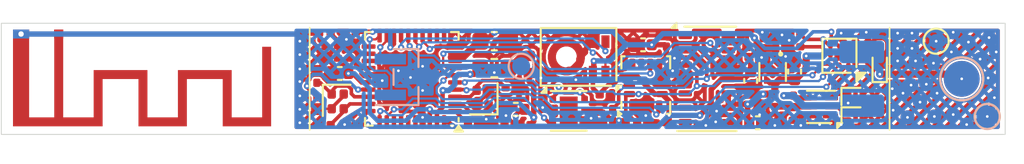
<source format=kicad_pcb>
(kicad_pcb (version 20241229) (generator "pcbnew") (generator_version "9.0")
  (layers (0 "F.Cu" signal) (2 "B.Cu" signal) (13 "F.Paste" user) (15 "B.Paste" user) (5 "F.SilkS" user "F.Silkscreen") (7 "B.SilkS" user "B.Silkscreen") (1 "F.Mask" user) (3 "B.Mask" user) (25 "Edge.Cuts" user))
  (net 0 "")
  (net 1 "VBATT")
  (net 2 "GND")
  (net 3 "VDD")
  (net 4 "tmp_int")
  (net 5 "sda")
  (net 6 "mic_clk")
  (net 7 "rst")
  (net 8 "mic_data")
  (net 9 "imu_int1")
  (net 10 "scl")
  (net 11 "bat_low")
  (net 12 "hbt_int")
  (net 13 "imu_int2")
  (net 14 "battery.bat_qm")
  (net 15 "battery.bat_vm")
  (net 16 "battery.bat_dout")
  (net 17 "batman.batman_vdd_out")
  (net 18 "battery.bat_cout")
  (net 19 "battery.bat_vss")
  (net 20 "batman.bin")
  (net 21 "battery.bat2")
  (net 22 "swdio")
  (net 23 "imu.NC")
  (net 24 "battery.NC")
  (net 25 "imu.NC_2")
  (net 26 "hbt.NC")
  (net 27 "swdclk")
  (net 28 "cpu.dec4_6")
  (net 29 "cpu.ant")
  (net 30 "cpu.dec3")
  (net 31 "cpu.xin")
  (net 32 "cpu.xl2")
  (net 33 "cpu.xl1")
  (net 34 "cpu.xout")
  (net 35 "cpu.dec1")
  (net 36 "cpu.NC")
  (net 37 "cpu.NC_4")
  (net 38 "cpu.NC_2")
  (net 39 "cpu.NC_3")
  (net 40 "NC_4")
  (net 41 "NC")
  (net 42 "NC_3")
  (net 43 "NC_2")
  (net 44 "nfc2")
  (net 45 "nfc1")
  (net 46 "cpu.antenna.n1")
  (net 47 "cpu.antenna.n2")
  (net 48 "cpu.dcc_mid")
  (net 49 "cpu.dcc")
  (footprint "C_0201_0603Metric:C_0201_0603Metric" (layer "F.Cu") (at 137.7 85.65 180)
    (property "Reference" "C7" (hide yes))
    (property "Value" "100nF" (hide yes))
  )
  (footprint "C_0402_1005Metric:C_0402_1005Metric" (layer "F.Cu") (at 146.95 84.8 180)
    (property "Reference" "C6" (hide yes))
    (property "Value" "1uF" (hide yes))
  )
  (footprint "R_0201_0603Metric:R_0201_0603Metric" (layer "F.Cu") (at 153.4 85.6)
    (property "Reference" "R1" (hide yes))
    (property "Value" "4.7k" (hide yes))
  )
  (footprint "C_0201_0603Metric:C_0201_0603Metric" (layer "F.Cu") (at 162.5025 80.6125 180)
    (property "Reference" "C1" (hide yes))
    (property "Value" "1uF" (hide yes))
  )
  (footprint "Maxim_OLGA-14_3.3x5.6mm_P0.8mm:Maxim_OLGA-14_3.3x5.6mm_P0.8mm" (layer "F.Cu") (at 157.6025 83.1125)
    (property "Reference" "U4" (hide yes))
    (property "Value" "MAX30102EFD+T" (hide yes))
  )
  (footprint "Texas_PicoStar_DFN-3_0.69x0.60mm:Texas_PicoStar_DFN-3_0.69x0.60mm" (layer "F.Cu") (at 165.6775 85.2)
    (property "Reference" "Q2" (hide yes))
    (property "Value" "CSD13380F3T" (hide yes))
  )
  (footprint "C_0201_0603Metric:C_0201_0603Metric" (layer "F.Cu") (at 137.7 80.55 180)
    (property "Reference" "C8" (hide yes))
    (property "Value" "100nF" (hide yes))
  )
  (footprint "C_0402_1005Metric:C_0402_1005Metric" (layer "F.Cu") (at 162.5025 82.695179 90)
    (property "Reference" "C27" (hide yes))
    (property "Value" "1uF" (hide yes))
  )
  (footprint "D_SOD-923:D_SOD-923" (layer "F.Cu") (at 167.2525 82.42 90)
    (property "Reference" "D1" (hide yes))
    (property "Value" "ESD9B5.0ST5G" (hide yes))
  )
  (footprint "LGA-14_3x2.5mm_P0.5mm_LayoutBorder3x4y:LGA-14_3x2.5mm_P0.5mm_LayoutBorder3x4y" (layer "F.Cu") (at 154.2 83.45 90)
    (property "Reference" "U5" (hide yes))
    (property "Value" "LSM6DSOX" (hide yes))
  )
  (footprint "C_0201_0603Metric:C_0201_0603Metric" (layer "F.Cu") (at 135.85 84.45 -90)
    (property "Reference" "C13" (hide yes))
    (property "Value" "100pF" (hide yes))
  )
  (footprint "C_0201_0603Metric:C_0201_0603Metric" (layer "F.Cu") (at 146.7 83.6)
    (property "Reference" "C11" (hide yes))
    (property "Value" "12pF" (hide yes))
  )
  (footprint "C_0201_0603Metric:C_0201_0603Metric" (layer "F.Cu") (at 136.3 85.65 180)
    (property "Reference" "C9" (hide yes))
    (property "Value" "5pF" (hide yes))
  )
  (footprint "Infineon_PG-LLGA-5-1:Infineon_PG-LLGA-5-1" (layer "F.Cu") (at 150.45 81.875 180)
    (property "Reference" "MK1" (hide yes))
    (property "Value" "IM72D128V01" (hide yes))
  )
  (footprint "Crystal_SMD_1210-4Pin_1.2x1.0mm:Crystal_SMD_1210-4Pin_1.2x1.0mm" (layer "F.Cu") (at 137.015 84.36)
    (property "Reference" "Y1" (hide yes))
    (property "Value" "8J32076001" (hide yes))
  )
  (footprint "C_0201_0603Metric:C_0201_0603Metric" (layer "F.Cu") (at 147.45 85.65 180)
    (property "Reference" "C15" (hide yes))
    (property "Value" "47nF" (hide yes))
  )
  (footprint "C_0201_0603Metric:C_0201_0603Metric" (layer "F.Cu") (at 155 85.55 180)
    (property "Reference" "C22" (hide yes))
    (property "Value" "100nF" (hide yes))
  )
  (footprint "C_0201_0603Metric:C_0201_0603Metric" (layer "F.Cu") (at 160.2025 84.5125)
    (property "Reference" "C19" (hide yes))
    (property "Value" "100nF" (hide yes))
  )
  (footprint "Crystal_SMD_1210-4Pin_1.2x1.0mm:Crystal_SMD_1210-4Pin_1.2x1.0mm" (layer "F.Cu") (at 145.1 84.15 180)
    (property "Reference" "Y2" (hide yes))
    (property "Value" "3110M4-32.768DTTLLLL" (hide yes))
  )
  (footprint "C_0201_0603Metric:C_0201_0603Metric" (layer "F.Cu") (at 159.9025 81.5625 90)
    (property "Reference" "C21" (hide yes))
    (property "Value" "100nF" (hide yes))
  )
  (footprint "L_0603_1608Metric:L_0603_1608Metric" (layer "F.Cu") (at 145.75 82.5)
    (property "Reference" "L1" (hide yes))
    (property "Value" "10uH" (hide yes))
  )
  (footprint "R_0201_0603Metric:R_0201_0603Metric" (layer "F.Cu") (at 161.4 84.35 -90)
    (property "Reference" "R5" (hide yes))
    (property "Value" "330" (hide yes))
  )
  (footprint "WSON-6-1EP_2x2mm_P0.65mm_EP1x1.6mm:WSON-6-1EP_2x2mm_P0.65mm_EP1x1.6mm" (layer "F.Cu") (at 149.9 84.8875)
    (property "Reference" "U7" (hide yes))
    (property "Value" "TMP117AIDRVR" (hide yes))
  )
  (footprint "TestPoint_Pad_D2.0mm:TestPoint_Pad_D2.0mm" (layer "F.Cu") (at 171.825 83.1)
    (property "Reference" "TP2" (hide yes))
    (property "Value" " " (hide yes))
  )
  (footprint "L_0402_1005Metric:L_0402_1005Metric" (layer "F.Cu") (at 147.7 82.3 -90)
    (property "Reference" "L2" (hide yes))
    (property "Value" "15nH" (hide yes))
  )
  (footprint "Texas_PicoStar_DFN-3_0.69x0.60mm:Texas_PicoStar_DFN-3_0.69x0.60mm" (layer "F.Cu") (at 165.675 84.1125)
    (property "Reference" "Q1" (hide yes))
    (property "Value" "CSD13380F3T" (hide yes))
  )
  (footprint "WSON-6_1.5x1.5mm_P0.5mm:WSON-6_1.5x1.5mm_P0.5mm" (layer "F.Cu") (at 163.9775 84.665 180)
    (property "Reference" "U2" (hide yes))
    (property "Value" "BQ29700" (hide yes))
  )
  (footprint "L_0201_0603Metric:L_0201_0603Metric" (layer "F.Cu") (at 136.3 80.55 180)
    (property "Reference" "L4" (hide yes))
    (property "Value" "2.2nH" (hide yes))
  )
  (footprint "C_0603_1608Metric:C_0603_1608Metric" (layer "F.Cu") (at 145.75 81)
    (property "Reference" "C5" (hide yes))
    (property "Value" "4.7uF" (hide yes))
  )
  (footprint "C_0201_0603Metric:C_0201_0603Metric" (layer "F.Cu") (at 162.435 84.3575 90)
    (property "Reference" "C3" (hide yes))
    (property "Value" "100nF" (hide yes))
  )
  (footprint "C_0201_0603Metric:C_0201_0603Metric" (layer "F.Cu") (at 144.6 85.65)
    (property "Reference" "C12" (hide yes))
    (property "Value" "100nF" (hide yes))
  )
  (footprint "C_0201_0603Metric:C_0201_0603Metric" (layer "F.Cu") (at 151.95 84)
    (property "Reference" "C25" (hide yes))
    (property "Value" "100nF" (hide yes))
  )
  (footprint "C_0402_1005Metric:C_0402_1005Metric" (layer "F.Cu") (at 160.45 85.55)
    (property "Reference" "C18" (hide yes))
    (property "Value" "10uF" (hide yes))
  )
  (footprint "C_0402_1005Metric:C_0402_1005Metric" (layer "F.Cu") (at 160.0525 83.2125 -90)
    (property "Reference" "C20" (hide yes))
    (property "Value" "4.7uF" (hide yes))
  )
  (footprint "C_0201_0603Metric:C_0201_0603Metric" (layer "F.Cu") (at 137.35 81.25)
    (property "Reference" "C16" (hide yes))
    (property "Value" "1pF" (hide yes))
  )
  (footprint "C_0201_0603Metric:C_0201_0603Metric" (layer "F.Cu") (at 151.6 85.25 -90)
    (property "Reference" "C26" (hide yes))
    (property "Value" "100nF" (hide yes))
  )
  (footprint "C_0402_1005Metric:C_0402_1005Metric" (layer "F.Cu") (at 154.05 81.2 180)
    (property "Reference" "C24" (hide yes))
    (property "Value" "1uF" (hide yes))
  )
  (footprint "R_0201_0603Metric:R_0201_0603Metric" (layer "F.Cu") (at 152.35 85.1 90)
    (property "Reference" "R2" (hide yes))
    (property "Value" "4.7k" (hide yes))
  )
  (footprint "BGA-9_1.6x1.6mm_Layout3x3_P0.5mm:BGA-9_1.6x1.6mm_Layout3x3_P0.5mm" (layer "F.Cu") (at 165.0025 81.8125 180)
    (property "Reference" "U1" (hide yes))
    (property "Value" "BQ27427YZFR" (hide yes))
  )
  (footprint "Texas_X2SON-4_1x1mm_P0.65mm:Texas_X2SON-4_1x1mm_P0.65mm" (layer "F.Cu") (at 161.2775 82.715179 -90)
    (property "Reference" "U8" (hide yes))
    (property "Value" "TPS7A2018PDQN" (hide yes))
  )
  (footprint "TestPoint_Pad_D1.0mm:TestPoint_Pad_D1.0mm" (layer "F.Cu") (at 170.4 81)
    (property "Reference" "TP4" (hide yes))
    (property "Value" " " (hide yes))
  )
  (footprint "C_0201_0603Metric:C_0201_0603Metric" (layer "F.Cu") (at 162.5025 81.3125 180)
    (property "Reference" "C2" (hide yes))
    (property "Value" "2.2uF" (hide yes))
  )
  (footprint "C_0201_0603Metric:C_0201_0603Metric" (layer "F.Cu") (at 135.85 83 90)
    (property "Reference" "C4" (hide yes))
    (property "Value" "5pF" (hide yes))
  )
  (footprint "C_0201_0603Metric:C_0201_0603Metric" (layer "F.Cu") (at 155.35 80.98 90)
    (property "Reference" "C23" (hide yes))
    (property "Value" "100nF" (hide yes))
  )
  (footprint "TestPoint_Pad_D1.0mm:TestPoint_Pad_D1.0mm" (layer "F.Cu") (at 173.25 85.2)
    (property "Reference" "TP3" (hide yes))
    (property "Value" " " (hide yes))
  )
  (footprint "L_0201_0603Metric:L_0201_0603Metric" (layer "F.Cu") (at 137.35 81.95 180)
    (property "Reference" "L3" (hide yes))
    (property "Value" "4.7nH" (hide yes))
  )
  (footprint "C_0201_0603Metric:C_0201_0603Metric" (layer "F.Cu") (at 146 85.65 180)
    (property "Reference" "C10" (hide yes))
    (property "Value" "12pF" (hide yes))
  )
  (footprint "Modified_QFN-40_5.0mmx5.0mm:Modified_QFN-40_5.0mmx5.0mm" (layer "F.Cu") (at 141.15 83.1 180)
    (property "Reference" "U3" (hide yes))
    (property "Value" "nRF52833-QDAA" (hide yes))
  )
  (footprint "R_0201_0603Metric:R_0201_0603Metric" (layer "F.Cu") (at 162.0775 85.4125 180)
    (property "Reference" "R4" (hide yes))
    (property "Value" "2.2k" (hide yes))
  )
  (footprint "C_0201_0603Metric:C_0201_0603Metric" (layer "F.Cu") (at 136.3 81.6 -90)
    (property "Reference" "C17" (hide yes))
    (property "Value" "1.2pF" (hide yes))
  )
  (footprint "C_0201_0603Metric:C_0201_0603Metric" (layer "F.Cu") (at 160.75 81.07 90)
    (property "Reference" "C29" (hide yes))
    (property "Value" "1uF" (hide yes))
  )
  (footprint "C_0402_1005Metric:C_0402_1005Metric" (layer "F.Cu") (at 137.13 82.8 180)
    (property "Reference" "C14" (hide yes))
    (property "Value" "1uF" (hide yes))
  )
  (footprint "Texas_SWRA117D_2.4GHz_Left:Texas_SWRA117D_2.4GHz_Left" (layer "F.Cu") (at 121.45 80.6 180)
    (property "Reference" "J1" (hide yes))
    (property "Value" "?" (hide yes))
  )
  (footprint "C_0201_0603Metric:C_0201_0603Metric" (layer "F.Cu") (at 161.4525 81.075179 90)
    (property "Reference" "C28" (hide yes))
    (property "Value" "1uF" (hide yes))
  )
  (footprint "R_0201_0603Metric:R_0201_0603Metric" (layer "F.Cu") (at 167.2525 80.9625 90)
    (property "Reference" "R3" (hide yes))
    (property "Value" "10k" (hide yes))
  )
  (footprint "TestPoint_Pad_D2.0mm:TestPoint_Pad_D2.0mm" (layer "B.Cu") (at 171.825 83.1)
    (property "Reference" "TP5" (hide yes))
    (property "Value" " " (hide yes))
  )
  (footprint "TestPoint_Pad_D1.0mm:TestPoint_Pad_D1.0mm" (layer "B.Cu") (at 173.25 85.2)
    (property "Reference" "TP6" (hide yes))
    (property "Value" " " (hide yes))
  )
  (footprint "TestPoint_Pad_D1.0mm:TestPoint_Pad_D1.0mm" (layer "B.Cu") (at 147.25 82.4)
    (property "Reference" "TP1" (hide yes))
    (property "Value" " " (hide yes))
  )
  (footprint "Battery:Battery" (layer "B.Cu") (at 166.2525 83.1 90)
    (property "Reference" "BT1" (hide yes))
    (property "Value" "?" (hide yes))
  )
  (footprint "PinHeader_1x03_P1.00mm_Vertical_SMD_Pin1Left:PinHeader_1x03_P1.00mm_Vertical_SMD_Pin1Left" (layer "B.Cu") (at 140.825 83)
    (property "Reference" "U6" (hide yes))
    (property "Value" "?" (hide yes))
  )
  (gr_line (start 135.45 80.25) (end 135.45 85.95) (stroke (width 0.1)) (layer "F.SilkS"))
  (gr_line (start 167.8 85.95) (end 167.8 80.25) (stroke (width 0.1)) (layer "F.SilkS"))
  (gr_rect (start 118.25 80) (end 174.25 86.2) (stroke (width 0.05)) (fill no) (layer "Edge.Cuts"))
  (segment (start 163.15 81.824631) (end 163.15 82.527679) (width 0.4) (layer "F.Cu") (net 1))
  (segment (start 164.1 80.9) (end 163.11 80.9) (width 0.2) (layer "F.Cu") (net 1))
  (segment (start 161.426333 83.321327) (end 161.6025 83.145179) (width 0.3) (layer "F.Cu") (net 1))
  (segment (start 159.97 85.55) (end 159.8825 85.4625) (width 0.3) (layer "F.Cu") (net 1))
  (segment (start 161.128666 83.321328) (end 160.9525 83.145179) (width 0.3) (layer "F.Cu") (net 1))
  (segment (start 161.4 84.03) (end 161.4 83.412783) (width 0.4) (layer "F.Cu") (net 1))
  (segment (start 164.1 80.91) (end 164.5025 81.3125) (width 0.2) (layer "F.Cu") (net 1))
  (segment (start 158.802447 84.712626) (end 158.8025 83.9125) (width 0.3) (layer "F.Cu") (net 1))
  (segment (start 161.32 83.95) (end 161.4 84.03) (width 0.4) (layer "F.Cu") (net 1))
  (segment (start 161.128666 83.321328) (end 161.426333 83.321327) (width 0.3) (layer "F.Cu") (net 1))
  (segment (start 161.637603 83.175176) (end 161.639408 83.175179) (width 0.4) (layer "F.Cu") (net 1))
  (segment (start 159.002497 84.512492) (end 159.8825 84.5125) (width 0.3) (layer "F.Cu") (net 1))
  (segment (start 163.11 80.9) (end 162.8225 80.6125) (width 0.2) (layer "F.Cu") (net 1))
  (segment (start 161.4 83.412783) (end 161.636328 83.176455) (width 0.4) (layer "F.Cu") (net 1))
  (segment (start 167.2525 82.84) (end 171.565 82.84) (width 0.4) (layer "F.Cu") (net 1))
  (segment (start 160.75 83.95) (end 161.32 83.95) (width 0.4) (layer "F.Cu") (net 1))
  (segment (start 159.8825 85.4625) (end 159.8825 84.5125) (width 0.3) (layer "F.Cu") (net 1))
  (segment (start 163.15 82.527679) (end 162.5025 83.175179) (width 0.4) (layer "F.Cu") (net 1))
  (segment (start 159.002497 84.512492) (end 158.802447 84.712626) (width 0.3) (layer "F.Cu") (net 1))
  (segment (start 171.565 82.84) (end 171.825 83.1) (width 0.4) (layer "F.Cu") (net 1))
  (segment (start 161.636328 83.176455) (end 161.637603 83.175176) (width 0.4) (layer "F.Cu") (net 1))
  (segment (start 161.639408 83.175179) (end 162.502499 83.175179) (width 0.4) (layer "F.Cu") (net 1))
  (via (at 159.8825 84.5125) (size 0.4) (drill 0.15) (layers "F.Cu" "B.Cu") (net 1))
  (via (at 163.15 81.824631) (size 0.4) (drill 0.15) (layers "F.Cu" "B.Cu") (net 1))
  (via (at 164.1 80.9) (size 0.35) (drill 0.15) (layers "F.Cu" "B.Cu") (net 1))
  (via (at 171.825 83.1) (size 0.35) (drill 0.15) (layers "F.Cu" "B.Cu") (net 1))
  (via (at 160.75 83.95) (size 0.35) (drill 0.15) (layers "F.Cu" "B.Cu") (net 1))
  (via (at 167.2525 82.84) (size 0.4) (drill 0.15) (layers "F.Cu" "B.Cu") (net 1))
  (segment (start 167.2525 82.84) (end 167.252501 82.6) (width 0.4) (layer "B.Cu") (net 1))
  (segment (start 160.0375 84.5125) (end 159.8825 84.5125) (width 0.4) (layer "B.Cu") (net 1))
  (segment (start 160.75 83.95) (end 160.6 83.95) (width 0.4) (layer "B.Cu") (net 1))
  (segment (start 160.6 83.95) (end 160.0375 84.5125) (width 0.4) (layer "B.Cu") (net 1))
  (segment (start 164.1 80.9) (end 164.1 81.626481) (width 0.2) (layer "B.Cu") (net 1))
  (segment (start 166.252501 81.6) (end 164.276319 81.6) (width 0.4) (layer "B.Cu") (net 1))
  (segment (start 164.051688 81.824631) (end 164.174919 81.7014) (width 0.4) (layer "B.Cu") (net 1))
  (segment (start 164.1 81.626481) (end 164.174919 81.7014) (width 0.2) (layer "B.Cu") (net 1))
  (segment (start 164.276319 81.6) (end 164.174919 81.7014) (width 0.4) (layer "B.Cu") (net 1))
  (segment (start 167.252501 82.6) (end 166.252501 81.6) (width 0.4) (layer "B.Cu") (net 1))
  (segment (start 163.15 81.824631) (end 164.051688 81.824631) (width 0.4) (layer "B.Cu") (net 1))
  (segment (start 141.75 85.25) (end 141.75 83.8) (width 0.25) (layer "F.Cu") (net 2))
  (segment (start 148.835 82.685) (end 148.7 82.55) (width 0.125) (layer "F.Cu") (net 2))
  (segment (start 149.77 82.685) (end 150.065 82.685) (width 0.125) (layer "F.Cu") (net 2))
  (segment (start 139.35 82.9) (end 139.525 82.725) (width 0.25) (layer "F.Cu") (net 2))
  (segment (start 151.25 81.025) (end 151.25 81.205) (width 0.3) (layer "F.Cu") (net 2))
  (segment (start 144.765 84.56) (end 144.765 84.485) (width 0.2) (layer "F.Cu") (net 2))
  (segment (start 150.8351 81.6199) (end 150.471 81.984) (width 0.3) (layer "F.Cu") (net 2))
  (segment (start 143.5625 81.3) (end 142.848584 81.3) (width 0.125) (layer "F.Cu") (net 2))
  (segment (start 150.471 81.984) (end 150.471 82.165364) (width 0.3) (layer "F.Cu") (net 2))
  (segment (start 150.015 82.685) (end 149.77 82.685) (width 0.3) (layer "F.Cu") (net 2))
  (segment (start 151.230998 81.224002) (end 151.078142 81.224002) (width 0.3) (layer "F.Cu") (net 2))
  (segment (start 138.7375 82.9) (end 139.35 82.9) (width 0.25) (layer "F.Cu") (net 2))
  (segment (start 150.060364 82.576) (end 149.879 82.576) (width 0.3) (layer "F.Cu") (net 2))
  (segment (start 141.15 82.998584) (end 141.15 83.1) (width 0.125) (layer "F.Cu") (net 2))
  (segment (start 145.435 83.815) (end 145.435 83.74) (width 0.2) (layer "F.Cu") (net 2))
  (segment (start 150.8351 81.467044) (end 150.8351 81.6199) (width 0.3) (layer "F.Cu") (net 2))
  (segment (start 136.68 84.77) (end 135.85 84.77) (width 0.125) (layer "F.Cu") (net 2))
  (segment (start 144.765 84.485) (end 145.435 83.815) (width 0.2) (layer "F.Cu") (net 2))
  (segment (start 141.75 83.8) (end 141.75 83.75) (width 0.25) (layer "F.Cu") (net 2))
  (segment (start 141.75 83.75) (end 141.75 83.7) (width 0.25) (layer "F.Cu") (net 2))
  (segment (start 151.078142 81.224002) (end 150.8351 81.467044) (width 0.3) (layer "F.Cu") (net 2))
  (segment (start 146.946935 85.65) (end 147.13 85.65) (width 0.125) (layer "F.Cu") (net 2))
  (segment (start 141.749292 82.399292) (end 141.15 82.998584) (width 0.125) (layer "F.Cu") (net 2))
  (segment (start 149.879 82.576) (end 149.77 82.685) (width 0.3) (layer "F.Cu") (net 2))
  (segment (start 141.75 85.5125) (end 141.75 85.25) (width 0.25) (layer "F.Cu") (net 2))
  (segment (start 165.5025 81.3125) (end 165.0025 81.8125) (width 0.2) (layer "F.Cu") (net 2))
  (segment (start 160.661976 81.9089) (end 160.9525 82.199424) (width 0.4) (layer "F.Cu") (net 2))
  (segment (start 151.25 81.205) (end 151.230998 81.224002) (width 0.3) (layer "F.Cu") (net 2))
  (segment (start 139.525 82.725) (end 139.6 82.65) (width 0.25) (layer "F.Cu") (net 2))
  (segment (start 140.4 82.65) (end 140.7 82.65) (width 0.25) (layer "F.Cu") (net 2))
  (segment (start 141.75 83.7) (end 141.2 83.15) (width 0.25) (layer "F.Cu") (net 2))
  (segment (start 136.765 84.76) (end 136.765 84.635) (width 0.2) (layer "F.Cu") (net 2))
  (segment (start 139.6 82.65) (end 140.4 82.65) (width 0.25) (layer "F.Cu") (net 2))
  (segment (start 150.471 82.165364) (end 150.060364 82.576) (width 0.3) (layer "F.Cu") (net 2))
  (segment (start 142.848584 81.3) (end 141.749292 82.399292) (width 0.125) (layer "F.Cu") (net 2))
  (segment (start 146.446935 85.15) (end 146.946935 85.65) (width 0.125) (layer "F.Cu") (net 2))
  (segment (start 140.7 82.65) (end 141.075 83.025) (width 0.25) (layer "F.Cu") (net 2))
  (segment (start 141.075 83.025) (end 141.15 83.1) (width 0.25) (layer "F.Cu") (net 2))
  (segment (start 146.4 85.15) (end 146.446935 85.15) (width 0.125) (layer "F.Cu") (net 2))
  (segment (start 137.435 83.965) (end 137.435 83.94) (width 0.2) (layer "F.Cu") (net 2))
  (segment (start 149.77 82.685) (end 148.835 82.685) (width 0.125) (layer "F.Cu") (net 2))
  (segment (start 136.765 84.635) (end 137.435 83.965) (width 0.2) (layer "F.Cu") (net 2))
  (segment (start 141.2 83.15) (end 141.15 83.1) (width 0.25) (layer "F.Cu") (net 2))
  (segment (start 160.9525 82.199424) (end 160.9525 82.285179) (width 0.4) (layer "F.Cu") (net 2))
  (segment (start 155.112482 82.928942) (end 155.1125 83.45) (width 0.3) (layer "F.Cu") (net 2))
  (via (at 169 83.45) (size 0.35) (drill 0.15) (layers "F.Cu" "B.Cu") (net 2))
  (via (at 172.85 82) (size 0.35) (drill 0.15) (layers "F.Cu" "B.Cu") (net 2))
  (via (at 172.1 85.65) (size 0.35) (drill 0.15) (layers "F.Cu" "B.Cu") (net 2))
  (via (at 169.05 81.4) (size 0.35) (drill 0.15) (layers "F.Cu" "B.Cu") (net 2))
  (via (at 134.9 85.55) (size 0.35) (drill 0.15) (layers "F.Cu" "B.Cu") (net 2))
  (via (at 173.75 81.6) (size 0.35) (drill 0.15) (layers "F.Cu" "B.Cu") (net 2))
  (via (at 158.1 85.5) (size 0.4) (drill 0.15) (layers "F.Cu" "B.Cu") (net 2))
  (via (at 168.8 85.25) (size 0.35) (drill 0.15) (layers "F.Cu" "B.Cu") (net 2))
  (via (at 165.1 80.55) (size 0.4) (drill 0.15) (layers "F.Cu" "B.Cu") (net 2))
  (via (at 170.25 82.225) (size 0.35) (drill 0.15) (layers "F.Cu" "B.Cu") (net 2))
  (via (at 162 81.85) (size 0.4) (drill 0.15) (layers "F.Cu" "B.Cu") (net 2))
  (via (at 165.1 85.65) (size 0.35) (drill 0.15) (layers "F.Cu" "B.Cu") (net 2))
  (via (at 170.3 85.2) (size 0.35) (drill 0.15) (layers "F.Cu" "B.Cu") (net 2))
  (via (at 155.7 82.65) (size 0.35) (drill 0.15) (layers "F.Cu" "B.Cu") (net 2))
  (via (at 134.9 82.55) (size 0.35) (drill 0.15) (layers "F.Cu" "B.Cu") (net 2))
  (via (at 141.75 85.25) (size 0.35) (drill 0.15) (layers "F.Cu" "B.Cu") (net 2))
  (via (at 140.4 82.65) (size 0.35) (drill 0.15) (layers "F.Cu" "B.Cu") (net 2))
  (via (at 137.5 80.9) (size 0.35) (drill 0.15) (layers "F.Cu" "B.Cu") (net 2))
  (via (at 158.15 84.9) (size 0.35) (drill 0.15) (layers "F.Cu" "B.Cu") (net 2))
  (via (at 157.55 85.7) (size 0.4) (drill 0.15) (layers "F.Cu" "B.Cu") (net 2))
  (via (at 171.25 81.6) (size 0.35) (drill 0.15) (layers "F.Cu" "B.Cu") (net 2))
  (via (at 161.8 80.65) (size 0.35) (drill 0.15) (layers "F.Cu" "B.Cu") (net 2))
  (via (at 148.35 83.05) (size 0.35) (drill 0.15) (layers "F.Cu" "B.Cu") (net 2))
  (via (at 168.55 83.9) (size 0.35) (drill 0.15) (layers "F.Cu" "B.Cu") (net 2))
  (via (at 169.85 83.4) (size 0.35) (drill 0.15) (layers "F.Cu" "B.Cu") (net 2))
  (via (at 134.9 84.05) (size 0.35) (drill 0.15) (layers "F.Cu" "B.Cu") (net 2))
  (via (at 173.65 84.15) (size 0.35) (drill 0.15) (layers "F.Cu" "B.Cu") (net 2))
  (via (at 148.45 84.7) (size 0.35) (drill 0.15) (layers "F.Cu" "B.Cu") (net 2))
  (via (at 154.2 85.15) (size 0.35) (drill 0.15) (layers "F.Cu" "B.Cu") (net 2))
  (via (at 137.4 85.65) (size 0.35) (drill 0.15) (layers "F.Cu" "B.Cu") (net 2))
  (via (at 146.4 85.15) (size 0.35) (drill 0.15) (layers "F.Cu" "B.Cu") (net 2))
  (via (at 160.7 80.5) (size 0.35) (drill 0.15) (layers "F.Cu" "B.Cu") (net 2))
  (via (at 168 84.85) (size 0.35) (drill 0.15) (layers "F.Cu" "B.Cu") (net 2))
  (via (at 169.05 80.55) (size 0.35) (drill 0.15) (layers "F.Cu" "B.Cu") (net 2))
  (via (at 141.75 83.75) (size 0.35) (drill 0.15) (layers "F.Cu" "B.Cu") (net 2))
  (via (at 134.9 81) (size 0.35) (drill 0.15) (layers "F.Cu" "B.Cu") (net 2))
  (via (at 173.3 83.05) (size 0.35) (drill 0.15) (layers "F.Cu" "B.Cu") (net 2))
  (via (at 141.749292 82.399292) (size 0.35) (drill 0.15) (layers "F.Cu" "B.Cu") (net 2))
  (via (at 134.9 84.8) (size 0.35) (drill 0.15) (layers "F.Cu" "B.Cu") (net 2))
  (via (at 155.8 81.95) (size 0.35) (drill 0.15) (layers "F.Cu" "B.Cu") (net 2))
  (via (at 141.075 83.025) (size 0.35) (drill 0.15) (layers "F.Cu" "B.Cu") (net 2))
  (via (at 145.75 82.75) (size 0.35) (drill 0.15) (layers "F.Cu" "B.Cu") (net 2))
  (via (at 168.25 80.55) (size 0.35) (drill 0.15) (layers "F.Cu" "B.Cu") (net 2))
  (via (at 173.25 85.2) (size 0.35) (drill 0.15) (layers "F.Cu" "B.Cu") (net 2))
  (via (at 171.35 80.5) (size 0.35) (drill 0.15) (layers "F.Cu" "B.Cu") (net 2))
  (via (at 160.661976 81.9089) (size 0.4) (drill 0.15) (layers "F.Cu" "B.Cu") (net 2))
  (via (at 151.15 85.3) (size 0.35) (drill 0.15) (layers "F.Cu" "B.Cu") (net 2))
  (via (at 166.5 80.5) (size 0.35) (drill 0.15) (layers "F.Cu" "B.Cu") (net 2))
  (via (at 139.5 83.2) (size 0.35) (drill 0.15) (layers "F.Cu" "B.Cu") (net 2))
  (via (at 160.55 85.1) (size 0.4) (drill 0.15) (layers "F.Cu" "B.Cu") (net 2))
  (via (at 168.25 82.1) (size 0.35) (drill 0.15) (layers "F.Cu" "B.Cu") (net 2))
  (via (at 168.25 81.4) (size 0.35) (drill 0.15) (layers "F.Cu" "B.Cu") (net 2))
  (via (at 134.9 81.75) (size 0.35) (drill 0.15) (layers "F.Cu" "B.Cu") (net 2))
  (via (at 172.2 81.05) (size 0.35) (drill 0.15) (layers "F.Cu" "B.Cu") (net 2))
  (via (at 134.9 83.25) (size 0.35) (drill 0.15) (layers "F.Cu" "B.Cu") (net 2))
  (via (at 161.4 85.7) (size 0.35) (drill 0.15) (layers "F.Cu" "B.Cu") (net 2))
  (via (at 163.9 85.65) (size 0.35) (drill 0.15) (layers "F.Cu" "B.Cu") (net 2))
  (via (at 173.35 80.8) (size 0.35) (drill 0.15) (layers "F.Cu" "B.Cu") (net 2))
  (via (at 150.3 83.15) (size 0.35) (drill 0.15) (layers "F.Cu" "B.Cu") (net 2))
  (via (at 171.35 85.092683) (size 0.35) (drill 0.15) (layers "F.Cu" "B.Cu") (net 2))
  (via (at 162.2 80.95) (size 0.35) (drill 0.15) (layers "F.Cu" "B.Cu") (net 2))
  (via (at 167.95 83.65) (size 0.35) (drill 0.15) (layers "F.Cu" "B.Cu") (net 2))
  (via (at 162.85 85.7) (size 0.35) (drill 0.15) (layers "F.Cu" "B.Cu") (net 2))
  (via (at 170.4 81) (size 0.35) (drill 0.15) (layers "F.Cu" "B.Cu") (net 2))
  (via (at 169.5 84.4) (size 0.35) (drill 0.15) (layers "F.Cu" "B.Cu") (net 2))
  (via (at 145.3 85.35) (size 0.35) (drill 0.15) (layers "F.Cu" "B.Cu") (net 2))
  (via (at 169.25 82.1) (size 0.35) (drill 0.15) (layers "F.Cu" "B.Cu") (net 2))
  (via (at 170.45 83.9) (size 0.35) (drill 0.15) (layers "F.Cu" "B.Cu") (net 2))
  (segment (start 119.35 80.6) (end 134.7 80.6) (width 0.3) (layer "B.Cu") (net 2))
  (segment (start 137.251 85.799) (end 136.249 85.799) (width 0.2) (layer "B.Cu") (net 2))
  (segment (start 137.4 85.65) (end 137.251 85.799) (width 0.2) (layer "B.Cu") (net 2))
  (segment (start 136.249 85.799) (end 136.1 85.65) (width 0.2) (layer "B.Cu") (net 2))
  (segment (start 134.9 80.8) (end 134.9 81) (width 0.3) (layer "B.Cu") (net 2))
  (segment (start 134.7 80.6) (end 134.9 80.8) (width 0.3) (layer "B.Cu") (net 2))
  (segment (start 119.4 80.6) (end 119.35 80.6) (width 0.3) (layer "B.Cu") (net 2))
  (segment (start 138.7 84.9) (end 138.02 85.58) (width 0.25) (layer "F.Cu") (net 3))
  (segment (start 157.85 83.690001) (end 158.427501 83.1125) (width 0.3) (layer "F.Cu") (net 3))
  (segment (start 159.902698 81.882582) (end 160.057419 81.882582) (width 0.3) (layer "F.Cu") (net 3))
  (segment (start 144.975 81) (end 144.9 81) (width 0.4) (layer "F.Cu") (net 3))
  (segment (start 157.85 84.5) (end 157.85 83.690001) (width 0.3) (layer "F.Cu") (net 3))
  (segment (start 152.35 85.42) (end 152.7 85.42) (width 0.25) (layer "F.Cu") (net 3))
  (segment (start 152.85 82.95) (end 153.2875 82.95) (width 0.25) (layer "F.Cu") (net 3))
  (segment (start 155.10625 83.95) (end 155.11875 83.95) (width 0.3) (layer "F.Cu") (net 3))
  (segment (start 155.499999 84.3375) (end 155.116919 83.954419) (width 0.3) (layer "F.Cu") (net 3))
  (segment (start 151.821892 84.93) (end 152.311892 85.42) (width 0.25) (layer "F.Cu") (net 3))
  (segment (start 151.25 83.62) (end 151.25 82.725) (width 0.25) (layer "F.Cu") (net 3))
  (segment (start 151.63 84) (end 151.63 83.92) (width 0.25) (layer "F.Cu") (net 3))
  (segment (start 161.452497 82.070076) (end 161.635052 82.252627) (width 0.4) (layer "F.Cu") (net 3))
  (segment (start 153.699997 82.950006) (end 153.2875 82.95) (width 0.3) (layer "F.Cu") (net 3))
  (segment (start 155.499999 85.136759) (end 155.499999 84.3375) (width 0.3) (layer "F.Cu") (net 3))
  (segment (start 160.550001 81.39) (end 160.3351 81.175099) (width 0.25) (layer "F.Cu") (net 3))
  (segment (start 151.63 83.92) (end 152.11 83.44) (width 0.25) (layer "F.Cu") (net 3))
  (segment (start 151.63 84.9) (end 151.6 84.93) (width 0.25) (layer "F.Cu") (net 3))
  (segment (start 155.249999 81.2) (end 154.53 81.2) (width 0.3) (layer "F.Cu") (net 3))
  (segment (start 151.6 84.93) (end 151.821892 84.93) (width 0.25) (layer "F.Cu") (net 3))
  (segment (start 152.7 85.42) (end 152.9 85.42) (width 0.25) (layer "F.Cu") (net 3))
  (segment (start 146.94924 85.189291) (end 146.949242 85.189291) (width 0.125) (layer "F.Cu") (net 3))
  (segment (start 155.1 83.95) (end 155.10625 83.95) (width 0.3) (layer "F.Cu") (net 3))
  (segment (start 160.0525 82.7325) (end 160.052499 82.0325) (width 0.3) (layer "F.Cu") (net 3))
  (segment (start 147.256805 84.8) (end 147.43 84.8) (width 0.25) (layer "F.Cu") (net 3))
  (segment (start 146.949241 85.18929) (end 146.949241 85.107564) (width 0.25) (layer "F.Cu") (net 3))
  (segment (start 151.3 82.1) (end 151.3 82.675) (width 0.3) (layer "F.Cu") (net 3))
  (segment (start 155.11875 83.95) (end 155.112199 83.949875) (width 0.3) (layer "F.Cu") (net 3))
  (segment (start 160.544822 81.395179) (end 160.7025 81.395179) (width 0.3) (layer "F.Cu") (net 3))
  (segment (start 155.499999 85.136759) (end 155.499991 85.136767) (width 0.3) (layer "F.Cu") (net 3))
  (segment (start 161.4525 81.395179) (end 160.7025 81.395179) (width 0.4) (layer "F.Cu") (net 3))
  (segment (start 155.1 83.95) (end 154.699995 83.950012) (width 0.3) (layer "F.Cu") (net 3))
  (segment (start 151.52 84.85) (end 150.825 84.85) (width 0.25) (layer "F.Cu") (net 3))
  (segment (start 155.10625 83.95) (end 155.112492 83.950018) (width 0.3) (layer "F.Cu") (net 3))
  (segment (start 155.116919 83.954419) (end 155.112199 83.949875) (width 0.3) (layer "F.Cu") (net 3))
  (segment (start 160.3351 81.175099) (end 160.3351 80.893769) (width 0.25) (layer "F.Cu") (net 3))
  (segment (start 140.15 81.15) (end 139.95 81.35) (width 0.25) (layer "F.Cu") (net 3))
  (segment (start 152.311892 85.42) (end 152.35 85.42) (width 0.25) (layer "F.Cu") (net 3))
  (segment (start 146.94924 85.189291) (end 146.949241 85.18929) (width 0.25) (layer "F.Cu") (net 3))
  (segment (start 144 81.9) (end 143.35 81.9) (width 0.4) (layer "F.Cu") (net 3))
  (segment (start 140.15 80.6875) (end 140.15 81.15) (width 0.25) (layer "F.Cu") (net 3))
  (segment (start 151.6 84.93) (end 151.52 84.85) (width 0.25) (layer "F.Cu") (net 3))
  (segment (start 143.4 85.712167) (end 143.200333 85.5125) (width 0.25) (layer "F.Cu") (net 3))
  (segment (start 159.672499 83.1125) (end 158.8025 83.1125) (width 0.3) (layer "F.Cu") (net 3))
  (segment (start 152.9 85.42) (end 153.08 85.6) (width 0.25) (layer "F.Cu") (net 3))
  (segment (start 160.3351 80.893769) (end 160.261102 80.819771) (width 0.25) (layer "F.Cu") (net 3))
  (segment (start 150.8175 84.917499) (end 150.7875 84.8875) (width 0.2) (layer "F.Cu") (net 3))
  (segment (start 155.116919 83.954419) (end 155.112492 83.950018) (width 0.3) (layer "F.Cu") (net 3))
  (segment (start 155.35 81.37071) (end 155.35 81.37071) (width 0.3) (layer "F.Cu") (net 3))
  (segment (start 154.515 81.185) (end 154.515 81.185) (width 0.2) (layer "F.Cu") (net 3))
  (segment (start 138.7375 84.9) (end 138.7 84.9) (width 0.25) (layer "F.Cu") (net 3))
  (segment (start 160.699748 81.395179) (end 160.7025 81.395179) (width 0.2) (layer "F.Cu") (net 3))
  (segment (start 161.4525 81.395179) (end 161.452497 82.070076) (width 0.4) (layer "F.Cu") (net 3))
  (segment (start 155.350017 81.887507) (end 154.95 82.2875) (width 0.3) (layer "F.Cu") (net 3))
  (segment (start 164.55 80.859999) (end 165.0025 81.3125) (width 0.2) (layer "F.Cu") (net 3))
  (segment (start 160.75 81.39) (end 160.550001 81.39) (width 0.25) (layer "F.Cu") (net 3))
  (segment (start 164.55 80.475) (end 164.55 80.859999) (width 0.2) (layer "F.Cu") (net 3))
  (segment (start 138.095 80.475) (end 138.02 80.55) (width 0.25) (layer "F.Cu") (net 3))
  (segment (start 155.3 81.25) (end 155.350004 81.299998) (width 0.3) (layer "F.Cu") (net 3))
  (segment (start 146.949242 85.189291) (end 146.990862 85.147671) (width 0.125) (layer "F.Cu") (net 3))
  (segment (start 154.515 81.185) (end 154.63 81.3) (width 0.2) (layer "F.Cu") (net 3))
  (segment (start 146.990862 85.147671) (end 147.005676 85.147671) (width 0.125) (layer "F.Cu") (net 3))
  (segment (start 152.11 83.44) (end 152.36 83.44) (width 0.25) (layer "F.Cu") (net 3))
  (segment (start 155.350017 81.887507) (end 155.35 81.37071) (width 0.3) (layer "F.Cu") (net 3))
  (segment (start 143.200333 85.5125) (end 142.95 85.5125) (width 0.25) (layer "F.Cu") (net 3))
  (segment (start 160.052499 82.0325) (end 159.902698 81.882582) (width 0.3) (layer "F.Cu") (net 3))
  (segment (start 144.9 81) (end 144 81.9) (width 0.4) (layer "F.Cu") (net 3))
  (segment (start 153.699997 82.950006) (end 154.699995 83.950012) (width 0.3) (layer "F.Cu") (net 3))
  (segment (start 143.4 85.725) (end 143.4 85.712167) (width 0.25) (layer "F.Cu") (net 3))
  (segment (start 154.515 81.185) (end 154.53 81.2) (width 0.3) (layer "F.Cu") (net 3))
  (segment (start 145.75 80.5) (end 145.25 81) (width 0.3) (layer "F.Cu") (net 3))
  (segment (start 155.499991 85.369996) (end 155.32 85.55) (width 0.3) (layer "F.Cu") (net 3))
  (segment (start 160.057419 81.882582) (end 160.544822 81.395179) (width 0.3) (layer "F.Cu") (net 3))
  (segment (start 155.499991 85.136767) (end 155.499991 85.369996) (width 0.3) (layer "F.Cu") (net 3))
  (segment (start 138.7 85.65) (end 138.02 85.65) (width 0.25) (layer "F.Cu") (net 3))
  (segment (start 152.36 83.44) (end 152.85 82.95) (width 0.25) (layer "F.Cu") (net 3))
  (segment (start 151.63 84) (end 151.25 83.62) (width 0.25) (layer "F.Cu") (net 3))
  (segment (start 146.949241 85.107564) (end 147.256805 84.8) (width 0.25) (layer "F.Cu") (net 3))
  (segment (start 151.3 82.675) (end 151.25 82.725) (width 0.3) (layer "F.Cu") (net 3))
  (segment (start 138.02 85.58) (end 138.02 85.65) (width 0.25) (layer "F.Cu") (net 3))
  (segment (start 145.25 81) (end 144.975 81) (width 0.3) (layer "F.Cu") (net 3))
  (segment (start 150.825 84.85) (end 150.7875 84.8875) (width 0.25) (layer "F.Cu") (net 3))
  (segment (start 158.427501 83.1125) (end 158.8025 83.1125) (width 0.3) (layer "F.Cu") (net 3))
  (segment (start 157.213241 85.136759) (end 157.85 84.5) (width 0.3) (layer "F.Cu") (net 3))
  (segment (start 155.349999 81.3) (end 155.249999 81.2) (width 0.3) (layer "F.Cu") (net 3))
  (segment (start 138.9611 80.475) (end 138.095 80.475) (width 0.25) (layer "F.Cu") (net 3))
  (segment (start 159.672499 83.1125) (end 160.0525 82.7325) (width 0.3) (layer "F.Cu") (net 3))
  (via (at 146.94924 85.189291) (size 0.35) (drill 0.15) (layers "F.Cu" "B.Cu") (net 3))
  (via (at 160.261102 80.819771) (size 0.4) (drill 0.15) (layers "F.Cu" "B.Cu") (net 3))
  (via (at 164.55 80.475) (size 0.35) (drill 0.15) (layers "F.Cu" "B.Cu") (net 3))
  (via (at 139.95 81.35) (size 0.35) (drill 0.15) (layers "F.Cu" "B.Cu") (net 3))
  (via (at 145.75 80.5) (size 0.4) (drill 0.15) (layers "F.Cu" "B.Cu") (net 3))
  (via (at 138.9611 80.475) (size 0.35) (drill 0.15) (layers "F.Cu" "B.Cu") (net 3))
  (via (at 151.3 82.1) (size 0.35) (drill 0.15) (layers "F.Cu" "B.Cu") (net 3))
  (via (at 157.213241 85.136759) (size 0.4) (drill 0.15) (layers "F.Cu" "B.Cu") (net 3))
  (via (at 155.499999 85.136759) (size 0.4) (drill 0.15) (layers "F.Cu" "B.Cu") (net 3))
  (via (at 152.7 85.42) (size 0.35) (drill 0.15) (layers "F.Cu" "B.Cu") (net 3))
  (via (at 138.7 85.65) (size 0.35) (drill 0.15) (layers "F.Cu" "B.Cu") (net 3))
  (via (at 143.4 85.725) (size 0.35) (drill 0.15) (layers "F.Cu" "B.Cu") (net 3))
  (via (at 154.53 81.2) (size 0.4) (drill 0.15) (layers "F.Cu" "B.Cu") (net 3))
  (segment (start 160.841331 81.4) (end 162.611034 81.4) (width 0.2) (layer "B.Cu") (net 3))
  (segment (start 152.7 85.749) (end 152.7 85.42) (width 0.3) (layer "B.Cu") (net 3))
  (segment (start 143.449 85.774) (end 143.4 85.725) (width 0.25) (layer "B.Cu") (net 3))
  (segment (start 146.94924 85.189291) (end 146.949239 85.189292) (width 0.25) (layer "B.Cu") (net 3))
  (segment (start 146.1 80.451) (end 145.799 80.451) (width 0.25) (layer "B.Cu") (net 3))
  (segment (start 146.075 80.426) (end 146.1 80.451) (width 0.25) (layer "B.Cu") (net 3))
  (segment (start 143.351 85.774) (end 143.4 85.725) (width 0.25) (layer "B.Cu") (net 3))
  (segment (start 154.53 81.2) (end 155.149999 80.579998) (width 0.3) (layer "B.Cu") (net 3))
  (segment (start 145.799 80.451) (end 152.351 80.451) (width 0.3) (layer "B.Cu") (net 3))
  (segment (start 146.94924 85.749) (end 146.94924 85.189291) (width 0.3) (layer "B.Cu") (net 3))
  (segment (start 138.7 85.65) (end 138.824 85.774) (width 0.25) (layer "B.Cu") (net 3))
  (segment (start 155.149999 80.579998) (end 160.021329 80.579998) (width 0.3) (layer "B.Cu") (net 3))
  (segment (start 154.887758 85.749) (end 152.7 85.749) (width 0.3) (layer "B.Cu") (net 3))
  (segment (start 153.1 81.2) (end 154.53 81.2) (width 0.3) (layer "B.Cu") (net 3))
  (segment (start 139.95 80.426) (end 139.95 81.35) (width 0.25) (layer "B.Cu") (net 3))
  (segment (start 145.75 80.5) (end 145.799 80.451) (width 0.3) (layer "B.Cu") (net 3))
  (segment (start 152.7 85.749) (end 146.94924 85.749) (width 0.3) (layer "B.Cu") (net 3))
  (segment (start 139.0101 80.426) (end 146.075 80.426) (width 0.25) (layer "B.Cu") (net 3))
  (segment (start 152.2 82.1) (end 151.3 82.1) (width 0.3) (layer "B.Cu") (net 3))
  (segment (start 153.1 81.2) (end 152.2 82.1) (width 0.3) (layer "B.Cu") (net 3))
  (segment (start 162.611034 81.4) (end 163.536043 80.474991) (width 0.2) (layer "B.Cu") (net 3))
  (segment (start 160.021329 80.579998) (end 160.261102 80.819771) (width 0.3) (layer "B.Cu") (net 3))
  (segment (start 146.949239 85.774) (end 143.449 85.774) (width 0.25) (layer "B.Cu") (net 3))
  (segment (start 138.9611 80.475) (end 139.0101 80.426) (width 0.25) (layer "B.Cu") (net 3))
  (segment (start 157.213241 85.136759) (end 155.499999 85.136759) (width 0.3) (layer "B.Cu") (net 3))
  (segment (start 163.536043 80.474991) (end 164.55 80.475) (width 0.2) (layer "B.Cu") (net 3))
  (segment (start 138.824 85.774) (end 143.351 85.774) (width 0.25) (layer "B.Cu") (net 3))
  (segment (start 146.949239 85.189292) (end 146.949239 85.774) (width 0.25) (layer "B.Cu") (net 3))
  (segment (start 152.351 80.451) (end 153.1 81.2) (width 0.3) (layer "B.Cu") (net 3))
  (segment (start 160.261102 80.819771) (end 160.841331 81.4) (width 0.2) (layer "B.Cu") (net 3))
  (segment (start 155.499999 85.136759) (end 154.887758 85.749) (width 0.3) (layer "B.Cu") (net 3))
  (segment (start 139.363019 85.036981) (end 139.35 85.05) (width 0.125) (layer "F.Cu") (net 4))
  (segment (start 139.363019 84.925881) (end 139.363019 85.036981) (width 0.125) (layer "F.Cu") (net 4))
  (segment (start 148.527172 85.272828) (end 148.791843 85.5375) (width 0.2) (layer "F.Cu") (net 4))
  (segment (start 148.791843 85.5375) (end 149.0125 85.5375) (width 0.2) (layer "F.Cu") (net 4))
  (segment (start 139.35 85.05) (end 139.35 85.5125) (width 0.125) (layer "F.Cu") (net 4))
  (segment (start 139.3889 84.9) (end 139.363019 84.925881) (width 0.125) (layer "F.Cu") (net 4))
  (via (at 139.3889 84.9) (size 0.35) (drill 0.15) (layers "F.Cu" "B.Cu") (net 4))
  (via (at 148.527172 85.272828) (size 0.35) (drill 0.15) (layers "F.Cu" "B.Cu") (net 4))
  (segment (start 145.231314 84.6726) (end 145.739014 84.1649) (width 0.125) (layer "B.Cu") (net 4))
  (segment (start 147.419244 84.1649) (end 148.527172 85.272828) (width 0.125) (layer "B.Cu") (net 4))
  (segment (start 141.3 84.45) (end 142.4 84.45) (width 0.125) (layer "B.Cu") (net 4))
  (segment (start 142.4 84.45) (end 142.6226 84.6726) (width 0.125) (layer "B.Cu") (net 4))
  (segment (start 139.3889 84.9) (end 139.65 84.9) (width 0.125) (layer "B.Cu") (net 4))
  (segment (start 142.6226 84.6726) (end 145.231314 84.6726) (width 0.125) (layer "B.Cu") (net 4))
  (segment (start 139.8774 85.1274) (end 140.6226 85.1274) (width 0.125) (layer "B.Cu") (net 4))
  (segment (start 140.6226 85.1274) (end 141.3 84.45) (width 0.125) (layer "B.Cu") (net 4))
  (segment (start 139.65 84.9) (end 139.8774 85.1274) (width 0.125) (layer "B.Cu") (net 4))
  (segment (start 145.739014 84.1649) (end 147.419244 84.1649) (width 0.125) (layer "B.Cu") (net 4))
  (segment (start 150.524189 83.854645) (end 150.8 84.130456) (width 0.2) (layer "F.Cu") (net 5))
  (segment (start 153.0851 84.0149) (end 153.0851 84.954828) (width 0.2) (layer "F.Cu") (net 5))
  (segment (start 165.0025 82.3475) (end 165.0025 82.3125) (width 0.2) (layer "F.Cu") (net 5))
  (segment (start 150.8 84.130456) (end 150.8 84.216161) (width 0.2) (layer "F.Cu") (net 5))
  (segment (start 153.72 85.589728) (end 153.72 85.6) (width 0.2) (layer "F.Cu") (net 5))
  (segment (start 144.1639 83.7) (end 143.5625 83.7) (width 0.2) (layer "F.Cu") (net 5))
  (segment (start 153.0851 84.954828) (end 153.72 85.589728) (width 0.2) (layer "F.Cu") (net 5))
  (segment (start 164.515 82.8) (end 165.0025 82.3125) (width 0.125) (layer "F.Cu") (net 5))
  (segment (start 164.0868 82.9868) (end 164.2736 82.8) (width 0.125) (layer "F.Cu") (net 5))
  (segment (start 144.2 83.7361) (end 144.1639 83.7) (width 0.2) (layer "F.Cu") (net 5))
  (segment (start 157.05 83.5) (end 157.05 82.65) (width 0.2) (layer "F.Cu") (net 5))
  (segment (start 164.2736 82.8) (end 164.515 82.8) (width 0.125) (layer "F.Cu") (net 5))
  (segment (start 153.15 83.95) (end 153.0851 84.0149) (width 0.2) (layer "F.Cu") (net 5))
  (segment (start 150.800016 84.225006) (end 150.7875 84.2375) (width 0.2) (layer "F.Cu") (net 5))
  (segment (start 150.8 84.216161) (end 150.800016 84.225006) (width 0.2) (layer "F.Cu") (net 5))
  (segment (start 153.8 83.95) (end 153.2875 83.95) (width 0.125) (layer "F.Cu") (net 5))
  (segment (start 156.7125 82.3125) (end 156.4025 82.3125) (width 0.2) (layer "F.Cu") (net 5))
  (segment (start 157.05 82.65) (end 156.7125 82.3125) (width 0.2) (layer "F.Cu") (net 5))
  (via (at 150.524189 83.854645) (size 0.35) (drill 0.15) (layers "F.Cu" "B.Cu") (net 5))
  (via (at 164.0868 82.9868) (size 0.35) (drill 0.15) (layers "F.Cu" "B.Cu") (net 5))
  (via (at 153.8 83.95) (size 0.35) (drill 0.15) (layers "F.Cu" "B.Cu") (net 5))
  (via (at 157.05 83.5) (size 0.35) (drill 0.15) (layers "F.Cu" "B.Cu") (net 5))
  (via (at 144.2 83.7361) (size 0.35) (drill 0.15) (layers "F.Cu" "B.Cu") (net 5))
  (segment (start 150.524189 83.854645) (end 150.478834 83.9) (width 0.125) (layer "B.Cu") (net 5))
  (segment (start 147.846086 83.45) (end 145.3 83.45) (width 0.125) (layer "B.Cu") (net 5))
  (segment (start 144.2361 83.7) (end 144.2 83.7361) (width 0.125) (layer "B.Cu") (net 5))
  (segment (start 145.3 83.45) (end 145.05 83.7) (width 0.125) (layer "B.Cu") (net 5))
  (segment (start 156.6 83.95) (end 153.8 83.95) (width 0.125) (layer "B.Cu") (net 5))
  (segment (start 150.564934 83.8139) (end 152.3639 83.8139) (width 0.125) (layer "B.Cu") (net 5))
  (segment (start 150.524189 83.854645) (end 150.564934 83.8139) (width 0.125) (layer "B.Cu") (net 5))
  (segment (start 148.096086 83.7) (end 147.846086 83.45) (width 0.125) (layer "B.Cu") (net 5))
  (segment (start 145.05 83.7) (end 144.2361 83.7) (width 0.125) (layer "B.Cu") (net 5))
  (segment (start 150.478834 83.9) (end 149.1 83.9) (width 0.125) (layer "B.Cu") (net 5))
  (segment (start 158.302018 83.2236) (end 163.85 83.2236) (width 0.125) (layer "B.Cu") (net 5))
  (segment (start 157.05 83.5) (end 158.025618 83.5) (width 0.125) (layer "B.Cu") (net 5))
  (segment (start 152.5 83.95) (end 153.8 83.95) (width 0.125) (layer "B.Cu") (net 5))
  (segment (start 152.3639 83.8139) (end 152.5 83.95) (width 0.125) (layer "B.Cu") (net 5))
  (segment (start 157.05 83.5) (end 156.6 83.95) (width 0.125) (layer "B.Cu") (net 5))
  (segment (start 149.1 83.9) (end 148.9 83.7) (width 0.125) (layer "B.Cu") (net 5))
  (segment (start 148.9 83.7) (end 148.096086 83.7) (width 0.125) (layer "B.Cu") (net 5))
  (segment (start 158.025618 83.5) (end 158.302018 83.2236) (width 0.125) (layer "B.Cu") (net 5))
  (segment (start 163.85 83.2236) (end 164.0868 82.9868) (width 0.125) (layer "B.Cu") (net 5))
  (segment (start 151.95 81.55) (end 151.95 81.025) (width 0.125) (layer "F.Cu") (net 6))
  (segment (start 140.55 80.6875) (end 140.55 81.35) (width 0.125) (layer "F.Cu") (net 6))
  (via (at 140.55 81.35) (size 0.35) (drill 0.15) (layers "F.Cu" "B.Cu") (net 6))
  (via (at 151.95 81.55) (size 0.35) (drill 0.15) (layers "F.Cu" "B.Cu") (net 6))
  (segment (start 145.604031 80.8524) (end 145.895969 80.8524) (width 0.125) (layer "B.Cu") (net 6))
  (segment (start 145.601631 80.85) (end 145.604031 80.8524) (width 0.125) (layer "B.Cu") (net 6))
  (segment (start 140.55 81.15) (end 140.85 80.85) (width 0.125) (layer "B.Cu") (net 6))
  (segment (start 151.25 80.85) (end 151.95 81.55) (width 0.125) (layer "B.Cu") (net 6))
  (segment (start 140.55 81.35) (end 140.55 81.15) (width 0.125) (layer "B.Cu") (net 6))
  (segment (start 145.895969 80.8524) (end 145.898369 80.85) (width 0.125) (layer "B.Cu") (net 6))
  (segment (start 145.898369 80.85) (end 151.25 80.85) (width 0.125) (layer "B.Cu") (net 6))
  (segment (start 140.85 80.85) (end 145.601631 80.85) (width 0.125) (layer "B.Cu") (net 6))
  (segment (start 140.95 80.6875) (end 140.95 81.197354) (width 0.125) (layer "F.Cu") (net 7))
  (segment (start 140.95 81.197354) (end 141.026323 81.273677) (width 0.125) (layer "F.Cu") (net 7))
  (via (at 141.026323 81.273677) (size 0.35) (drill 0.15) (layers "F.Cu" "B.Cu") (net 7))
  (segment (start 146.95 82.1) (end 147.25 82.4) (width 0.125) (layer "B.Cu") (net 7))
  (segment (start 142.4 81.8) (end 142.7 82.1) (width 0.125) (layer "B.Cu") (net 7))
  (segment (start 141.026323 81.273677) (end 141.552646 81.8) (width 0.125) (layer "B.Cu") (net 7))
  (segment (start 141.552646 81.8) (end 142.4 81.8) (width 0.125) (layer "B.Cu") (net 7))
  (segment (start 142.7 82.1) (end 146.95 82.1) (width 0.125) (layer "B.Cu") (net 7))
  (segment (start 141.35 81.0616) (end 141.35 80.6875) (width 0.125) (layer "F.Cu") (net 8))
  (segment (start 141.553014 81.311209) (end 141.553014 81.264614) (width 0.125) (layer "F.Cu") (net 8))
  (segment (start 151.95 82.15) (end 151.95 82.725) (width 0.125) (layer "F.Cu") (net 8))
  (segment (start 151.25 81.638902) (end 151.438902 81.638902) (width 0.125) (layer "F.Cu") (net 8))
  (segment (start 151.438902 81.638902) (end 151.95 82.15) (width 0.125) (layer "F.Cu") (net 8))
  (segment (start 141.553014 81.264614) (end 141.35 81.0616) (width 0.125) (layer "F.Cu") (net 8))
  (via (at 141.553014 81.311209) (size 0.35) (drill 0.15) (layers "F.Cu" "B.Cu") (net 8))
  (via (at 151.25 81.638902) (size 0.35) (drill 0.15) (layers "F.Cu" "B.Cu") (net 8))
  (segment (start 145.987383 81.0649) (end 150.675998 81.0649) (width 0.125) (layer "B.Cu") (net 8))
  (segment (start 145.515017 81.0673) (end 145.984984 81.067299) (width 0.125) (layer "B.Cu") (net 8))
  (segment (start 145.984984 81.067299) (end 145.987383 81.0649) (width 0.125) (layer "B.Cu") (net 8))
  (segment (start 150.675998 81.0649) (end 151.25 81.638902) (width 0.125) (layer "B.Cu") (net 8))
  (segment (start 145.512617 81.0649) (end 145.515017 81.0673) (width 0.125) (layer "B.Cu") (net 8))
  (segment (start 141.799323 81.0649) (end 145.512617 81.0649) (width 0.125) (layer "B.Cu") (net 8))
  (segment (start 141.553014 81.311209) (end 141.799323 81.0649) (width 0.125) (layer "B.Cu") (net 8))
  (segment (start 154.95 84.924373) (end 154.95 84.6125) (width 0.2) (layer "F.Cu") (net 9))
  (segment (start 154.788272 85.086101) (end 154.95 84.924373) (width 0.2) (layer "F.Cu") (net 9))
  (segment (start 140.15 84.8) (end 139.75 85.2) (width 0.125) (layer "F.Cu") (net 9))
  (segment (start 139.75 85.2) (end 139.75 85.5125) (width 0.125) (layer "F.Cu") (net 9))
  (via (at 140.15 84.8) (size 0.35) (drill 0.15) (layers "F.Cu" "B.Cu") (net 9))
  (via (at 154.788272 85.086101) (size 0.35) (drill 0.15) (layers "F.Cu" "B.Cu") (net 9))
  (segment (start 142.75 84.45) (end 142.5 84.2) (width 0.125) (layer "B.Cu") (net 9))
  (segment (start 141.2 84.2) (end 140.6 84.8) (width 0.125) (layer "B.Cu") (net 9))
  (segment (start 145.15 84.45) (end 142.75 84.45) (width 0.125) (layer "B.Cu") (net 9))
  (segment (start 154.41707 84.714899) (end 149.110985 84.714899) (width 0.125) (layer "B.Cu") (net 9))
  (segment (start 147.738258 83.95) (end 145.65 83.95) (width 0.125) (layer "B.Cu") (net 9))
  (segment (start 142.5 84.2) (end 141.2 84.2) (width 0.125) (layer "B.Cu") (net 9))
  (segment (start 140.6 84.8) (end 140.15 84.8) (width 0.125) (layer "B.Cu") (net 9))
  (segment (start 149.0149 84.7149) (end 148.4298 84.1298) (width 0.125) (layer "B.Cu") (net 9))
  (segment (start 147.918057 84.129799) (end 147.738258 83.95) (width 0.125) (layer "B.Cu") (net 9))
  (segment (start 149.110984 84.7149) (end 149.0149 84.7149) (width 0.125) (layer "B.Cu") (net 9))
  (segment (start 148.4298 84.1298) (end 147.918057 84.129799) (width 0.125) (layer "B.Cu") (net 9))
  (segment (start 149.110985 84.714899) (end 149.110984 84.7149) (width 0.125) (layer "B.Cu") (net 9))
  (segment (start 145.65 83.95) (end 145.15 84.45) (width 0.125) (layer "B.Cu") (net 9))
  (segment (start 154.788272 85.086101) (end 154.41707 84.714899) (width 0.125) (layer "B.Cu") (net 9))
  (segment (start 157.6 83.1) (end 157.6 82.3) (width 0.2) (layer "F.Cu") (net 10))
  (segment (start 149.0125 84.1365) (end 149.0125 84.2375) (width 0.2) (layer "F.Cu") (net 10))
  (segment (start 157.6 82.3) (end 156.8 81.5) (width 0.2) (layer "F.Cu") (net 10))
  (segment (start 164.472501 82.3125) (end 164.5025 82.3125) (width 0.2) (layer "F.Cu") (net 10))
  (segment (start 152.8 83.5764) (end 152.897047 83.5764) (width 0.125) (layer "F.Cu") (net 10))
  (segment (start 152.6899 84.4401) (end 152.35 84.78) (width 0.2) (layer "F.Cu") (net 10))
  (segment (start 152.6899 83.783547) (end 152.6899 84.4401) (width 0.2) (layer "F.Cu") (net 10))
  (segment (start 156.8 81.5) (end 156.415 81.5) (width 0.2) (layer "F.Cu") (net 10))
  (segment (start 149.3495 83.7995) (end 149.0125 84.1365) (width 0.2) (layer "F.Cu") (net 10))
  (segment (start 144.1 83.3) (end 143.5625 83.3) (width 0.2) (layer "F.Cu") (net 10))
  (segment (start 164.0847 82.3125) (end 164.5025 82.3125) (width 0.125) (layer "F.Cu") (net 10))
  (segment (start 163.5 82.8972) (end 164.0847 82.3125) (width 0.125) (layer "F.Cu") (net 10))
  (segment (start 156.415 81.5) (end 156.4025 81.5125) (width 0.2) (layer "F.Cu") (net 10))
  (segment (start 153.023447 83.45) (end 153.2875 83.45) (width 0.125) (layer "F.Cu") (net 10))
  (segment (start 149.3495 83.561501) (end 149.3495 83.7995) (width 0.2) (layer "F.Cu") (net 10))
  (segment (start 152.8 83.5764) (end 152.8 83.673447) (width 0.2) (layer "F.Cu") (net 10))
  (segment (start 152.897047 83.5764) (end 153.023447 83.45) (width 0.125) (layer "F.Cu") (net 10))
  (segment (start 152.8 83.673447) (end 152.6899 83.783547) (width 0.2) (layer "F.Cu") (net 10))
  (via (at 149.3495 83.561501) (size 0.35) (drill 0.15) (layers "F.Cu" "B.Cu") (net 10))
  (via (at 152.8 83.5764) (size 0.35) (drill 0.15) (layers "F.Cu" "B.Cu") (net 10))
  (via (at 157.6 83.1) (size 0.35) (drill 0.15) (layers "F.Cu" "B.Cu") (net 10))
  (via (at 144.1 83.3) (size 0.35) (drill 0.15) (layers "F.Cu" "B.Cu") (net 10))
  (via (at 163.5 82.8972) (size 0.35) (drill 0.15) (layers "F.Cu" "B.Cu") (net 10))
  (segment (start 156.85 83.1) (end 156.35 83.6) (width 0.125) (layer "B.Cu") (net 10))
  (segment (start 152.849847 83.5764) (end 152.8 83.5764) (width 0.125) (layer "B.Cu") (net 10))
  (segment (start 149.438499 83.561501) (end 149.3495 83.561501) (width 0.125) (layer "B.Cu") (net 10))
  (segment (start 149.5 83.5) (end 149.438499 83.561501) (width 0.125) (layer "B.Cu") (net 10))
  (segment (start 157.6 83.1) (end 156.85 83.1) (width 0.125) (layer "B.Cu") (net 10))
  (segment (start 152.416989 83.5) (end 149.5 83.5) (width 0.125) (layer "B.Cu") (net 10))
  (segment (start 144.1 83.3) (end 144.199372 83.200628) (width 0.125) (layer "B.Cu") (net 10))
  (segment (start 152.8 83.5764) (end 152.6885 83.4649) (width 0.125) (layer "B.Cu") (net 10))
  (segment (start 149.236999 83.449) (end 149.3495 83.561501) (width 0.125) (layer "B.Cu") (net 10))
  (segment (start 148.149 83.449) (end 149.236999 83.449) (width 0.125) (layer "B.Cu") (net 10))
  (segment (start 157.6 83.1) (end 157.8028 82.8972) (width 0.125) (layer "B.Cu") (net 10))
  (segment (start 156.35 83.6) (end 152.873447 83.6) (width 0.125) (layer "B.Cu") (net 10))
  (segment (start 144.199372 83.200628) (end 147.900628 83.200628) (width 0.125) (layer "B.Cu") (net 10))
  (segment (start 152.873447 83.6) (end 152.849847 83.5764) (width 0.125) (layer "B.Cu") (net 10))
  (segment (start 147.900628 83.200628) (end 148.149 83.449) (width 0.125) (layer "B.Cu") (net 10))
  (segment (start 157.8028 82.8972) (end 163.5 82.8972) (width 0.125) (layer "B.Cu") (net 10))
  (segment (start 152.45209 83.464899) (end 152.416989 83.5) (width 0.125) (layer "B.Cu") (net 10))
  (segment (start 152.6885 83.4649) (end 152.45209 83.464899) (width 0.125) (layer "B.Cu") (net 10))
  (segment (start 165.5025 82.321851) (end 165.5025 82.3125) (width 0.125) (layer "F.Cu") (net 11))
  (segment (start 143.208556 82.9) (end 142.913624 83.194932) (width 0.125) (layer "F.Cu") (net 11))
  (segment (start 143.5625 82.9) (end 143.208556 82.9) (width 0.125) (layer "F.Cu") (net 11))
  (segment (start 164.274351 83.55) (end 165.5025 82.321851) (width 0.125) (layer "F.Cu") (net 11))
  (via (at 142.913624 83.194932) (size 0.35) (drill 0.15) (layers "F.Cu" "B.Cu") (net 11))
  (via (at 164.274351 83.55) (size 0.35) (drill 0.15) (layers "F.Cu" "B.Cu") (net 11))
  (segment (start 148.007072 83.9149) (end 147.792172 83.7) (width 0.125) (layer "B.Cu") (net 11))
  (segment (start 142.5337 83.894562) (end 142.5337 83.574856) (width 0.125) (layer "B.Cu") (net 11))
  (segment (start 149.1 84.4) (end 148.6149 83.9149) (width 0.125) (layer "B.Cu") (net 11))
  (segment (start 144.935986 84.2351) (end 142.874238 84.2351) (width 0.125) (layer "B.Cu") (net 11))
  (segment (start 164.274351 83.55) (end 158.65 83.55) (width 0.125) (layer "B.Cu") (net 11))
  (segment (start 142.5337 83.574856) (end 142.913624 83.194932) (width 0.125) (layer "B.Cu") (net 11))
  (segment (start 148.6149 83.9149) (end 148.007072 83.9149) (width 0.125) (layer "B.Cu") (net 11))
  (segment (start 158.65 83.55) (end 157.8 84.4) (width 0.125) (layer "B.Cu") (net 11))
  (segment (start 147.792172 83.7) (end 145.471086 83.7) (width 0.125) (layer "B.Cu") (net 11))
  (segment (start 145.471086 83.7) (end 144.935986 84.2351) (width 0.125) (layer "B.Cu") (net 11))
  (segment (start 142.874238 84.2351) (end 142.5337 83.894562) (width 0.125) (layer "B.Cu") (net 11))
  (segment (start 157.8 84.4) (end 149.1 84.4) (width 0.125) (layer "B.Cu") (net 11))
  (segment (start 157.8 81.1) (end 157.8 81.15) (width 0.125) (layer "F.Cu") (net 12))
  (segment (start 157.8 81.15) (end 158.1625 81.5125) (width 0.125) (layer "F.Cu") (net 12))
  (segment (start 142.1 81.386098) (end 142.1 81.35) (width 0.125) (layer "F.Cu") (net 12))
  (segment (start 142.1 81.35) (end 141.75 81) (width 0.125) (layer "F.Cu") (net 12))
  (segment (start 158.1625 81.5125) (end 158.8025 81.5125) (width 0.125) (layer "F.Cu") (net 12))
  (segment (start 141.75 81) (end 141.75 80.6875) (width 0.125) (layer "F.Cu") (net 12))
  (segment (start 142.15 81.436098) (end 142.1 81.386098) (width 0.125) (layer "F.Cu") (net 12))
  (via (at 142.15 81.436098) (size 0.35) (drill 0.15) (layers "F.Cu" "B.Cu") (net 12))
  (via (at 157.8 81.1) (size 0.35) (drill 0.15) (layers "F.Cu" "B.Cu") (net 12))
  (segment (start 142.3202 81.3298) (end 147.5798 81.3298) (width 0.125) (layer "B.Cu") (net 12))
  (segment (start 155.793051 81.1) (end 157.8 81.1) (width 0.125) (layer "B.Cu") (net 12))
  (segment (start 142.213902 81.436098) (end 142.3202 81.3298) (width 0.125) (layer "B.Cu") (net 12))
  (segment (start 142.15 81.436098) (end 142.213902 81.436098) (width 0.125) (layer "B.Cu") (net 12))
  (segment (start 153.05 81.85) (end 155.043051 81.85) (width 0.125) (layer "B.Cu") (net 12))
  (segment (start 155.043051 81.85) (end 155.793051 81.1) (width 0.125) (layer "B.Cu") (net 12))
  (segment (start 147.5798 81.3298) (end 148.8 82.55) (width 0.125) (layer "B.Cu") (net 12))
  (segment (start 148.8 82.55) (end 152.35 82.55) (width 0.125) (layer "B.Cu") (net 12))
  (segment (start 152.35 82.55) (end 153.05 81.85) (width 0.125) (layer "B.Cu") (net 12))
  (segment (start 154.45 82.2875) (end 154.45 82.8) (width 0.2) (layer "F.Cu") (net 13))
  (segment (start 143.1 82.5) (end 143.5625 82.5) (width 0.125) (layer "F.Cu") (net 13))
  (segment (start 142.897146 82.297146) (end 143.1 82.5) (width 0.125) (layer "F.Cu") (net 13))
  (segment (start 142.897146 81.714452) (end 142.897146 82.297146) (width 0.125) (layer "F.Cu") (net 13))
  (segment (start 142.9111 81.700498) (end 142.897146 81.714452) (width 0.125) (layer "F.Cu") (net 13))
  (via (at 154.45 82.8) (size 0.35) (drill 0.15) (layers "F.Cu" "B.Cu") (net 13))
  (via (at 142.9111 81.700498) (size 0.35) (drill 0.15) (layers "F.Cu" "B.Cu") (net 13))
  (segment (start 148.704546 82.8) (end 147.762246 81.8577) (width 0.125) (layer "B.Cu") (net 13))
  (segment (start 143.011598 81.6) (end 147.504546 81.6) (width 0.125) (layer "B.Cu") (net 13))
  (segment (start 154.45 82.8) (end 148.704546 82.8) (width 0.125) (layer "B.Cu") (net 13))
  (segment (start 147.504546 81.6) (end 147.802273 81.897727) (width 0.125) (layer "B.Cu") (net 13))
  (segment (start 142.9111 81.700498) (end 143.011598 81.6) (width 0.125) (layer "B.Cu") (net 13))
  (segment (start 165.9025 84.116767) (end 165.902499 84.115) (width 0.25) (layer "F.Cu") (net 14))
  (segment (start 165.902499 84.115) (end 165.9 84.1125) (width 0.25) (layer "F.Cu") (net 14))
  (segment (start 165.9025 84.116767) (end 165.9025 85.2) (width 0.25) (layer "F.Cu") (net 14))
  (segment (start 162.644999 85.164997) (end 162.3975 85.4125) (width 0.3) (layer "F.Cu") (net 15))
  (segment (start 162.644999 85.164997) (end 163.4025 85.165) (width 0.3) (layer "F.Cu") (net 15))
  (segment (start 164.780006 83.937515) (end 164.5525 84.165) (width 0.25) (layer "F.Cu") (net 16))
  (segment (start 164.780006 83.937515) (end 165.5 83.9375) (width 0.25) (layer "F.Cu") (net 16))
  (segment (start 164.5025 81.8125) (end 164.0025 81.3125) (width 0.2) (layer "F.Cu") (net 17))
  (segment (start 164.0025 81.3125) (end 162.8225 81.3125) (width 0.2) (layer "F.Cu") (net 17))
  (segment (start 165.290005 85.024988) (end 164.929991 84.66502) (width 0.25) (layer "F.Cu") (net 18))
  (segment (start 165.290005 85.024988) (end 165.5025 85.025) (width 0.25) (layer "F.Cu") (net 18))
  (segment (start 164.929991 84.66502) (end 164.5525 84.665) (width 0.25) (layer "F.Cu") (net 18))
  (segment (start 161.9 84.0375) (end 162.435001 84.0375) (width 0.3) (layer "F.Cu") (net 19))
  (segment (start 165.5 84.430538) (end 165.5 84.2875) (width 0.25) (layer "F.Cu") (net 19))
  (segment (start 165.5 84.430538) (end 165.499984 84.438592) (width 0.25) (layer "F.Cu") (net 19))
  (segment (start 165.499984 84.438592) (end 165.4886 84.45) (width 0.25) (layer "F.Cu") (net 19))
  (segment (start 162.5625 84.164999) (end 163.4025 84.165) (width 0.3) (layer "F.Cu") (net 19))
  (segment (start 162.435001 84.0375) (end 162.5625 84.164999) (width 0.3) (layer "F.Cu") (net 19))
  (via (at 165.4886 84.45) (size 0.4) (drill 0.15) (layers "F.Cu" "B.Cu") (net 19))
  (via (at 161.9 84.0375) (size 0.4) (drill 0.15) (layers "F.Cu" "B.Cu") (net 19))
  (segment (start 162.435001 84.0375) (end 162.9975 84.599999) (width 0.4) (layer "B.Cu") (net 19))
  (segment (start 162.9975 84.599999) (end 166.2525 84.6) (width 0.4) (layer "B.Cu") (net 19))
  (segment (start 161.9 84.0375) (end 162.435001 84.0375) (width 0.4) (layer "B.Cu") (net 19))
  (segment (start 166.722499 81.8125) (end 165.5025 81.8125) (width 0.2) (layer "F.Cu") (net 20))
  (segment (start 166.722499 81.8125) (end 167.2525 81.2825) (width 0.2) (layer "F.Cu") (net 20))
  (segment (start 162.435 84.6775) (end 162.4275 84.67) (width 0.3) (layer "F.Cu") (net 21))
  (segment (start 162.4475 84.665) (end 162.435 84.6775) (width 0.3) (layer "F.Cu") (net 21))
  (segment (start 162.4275 84.67) (end 161.4 84.67) (width 0.3) (layer "F.Cu") (net 21))
  (segment (start 163.4025 84.665) (end 162.4475 84.665) (width 0.3) (layer "F.Cu") (net 21))
  (segment (start 139.75 80.9778) (end 139.75 80.6875) (width 0.125) (layer "F.Cu") (net 22))
  (segment (start 139.6274 81.103246) (end 139.6274 81.1004) (width 0.125) (layer "F.Cu") (net 22))
  (segment (start 139.503246 81.2274) (end 139.6274 81.103246) (width 0.125) (layer "F.Cu") (net 22))
  (segment (start 139.3889 81.3389) (end 139.5004 81.2274) (width 0.125) (layer "F.Cu") (net 22))
  (segment (start 139.5004 81.2274) (end 139.503246 81.2274) (width 0.125) (layer "F.Cu") (net 22))
  (segment (start 139.6274 81.1004) (end 139.75 80.9778) (width 0.125) (layer "F.Cu") (net 22))
  (via (at 139.3889 81.3389) (size 0.35) (drill 0.15) (layers "F.Cu" "B.Cu") (net 22))
  (segment (start 139.3889 81.3389) (end 139.3889 81.7389) (width 0.125) (layer "B.Cu") (net 22))
  (segment (start 139.1375 80.9) (end 139.35 80.6875) (width 0.125) (layer "F.Cu") (net 27))
  (segment (start 138.8 80.9) (end 139.1375 80.9) (width 0.125) (layer "F.Cu") (net 27))
  (via (at 138.8 80.9) (size 0.35) (drill 0.15) (layers "F.Cu" "B.Cu") (net 27))
  (segment (start 139.05 82.65) (end 139.75 82.65) (width 0.125) (layer "B.Cu") (net 27))
  (segment (start 138.8 82.4) (end 139.05 82.65) (width 0.125) (layer "B.Cu") (net 27))
  (segment (start 139.75 82.65) (end 140 82.9) (width 0.125) (layer "B.Cu") (net 27))
  (segment (start 138.8 80.9) (end 138.8 82.4) (width 0.125) (layer "B.Cu") (net 27))
  (segment (start 140 82.9) (end 140 84) (width 0.125) (layer "B.Cu") (net 27))
  (segment (start 138.341728 83.3) (end 138.7375 83.3) (width 0.25) (layer "F.Cu") (net 28))
  (segment (start 147.7 82.785) (end 147.7 83.25) (width 0.3) (layer "F.Cu") (net 28))
  (segment (start 147.7 83.25) (end 147.9499 83.4999) (width 0.3) (layer "F.Cu") (net 28))
  (segment (start 137.61 82.8) (end 137.841728 82.8) (width 0.25) (layer "F.Cu") (net 28))
  (segment (start 147.9499 85.25) (end 147.9499 85.4701) (width 0.3) (layer "F.Cu") (net 28))
  (segment (start 147.9499 83.4999) (end 147.9499 85.25) (width 0.3) (layer "F.Cu") (net 28))
  (segment (start 137.841728 82.8) (end 138.341728 83.3) (width 0.25) (layer "F.Cu") (net 28))
  (segment (start 142.15 84.8) (end 142.15 85.5125) (width 0.25) (layer "F.Cu") (net 28))
  (segment (start 147.9499 85.4701) (end 147.77 85.65) (width 0.3) (layer "F.Cu") (net 28))
  (via (at 142.15 84.8) (size 0.35) (drill 0.15) (layers "F.Cu" "B.Cu") (net 28))
  (via (at 147.9499 85.25) (size 0.4) (drill 0.15) (layers "F.Cu" "B.Cu") (net 28))
  (via (at 137.61 82.8) (size 0.35) (drill 0.15) (layers "F.Cu" "B.Cu") (net 28))
  (segment (start 140.8159 85.4341) (end 141.45 84.8) (width 0.25) (layer "B.Cu") (net 28))
  (segment (start 137.95 82.8) (end 138.8 83.65) (width 0.25) (layer "B.Cu") (net 28))
  (segment (start 145.45 84.95) (end 145.95 84.45) (width 0.25) (layer "B.Cu") (net 28))
  (segment (start 147.1499 84.45) (end 147.9499 85.25) (width 0.25) (layer "B.Cu") (net 28))
  (segment (start 145.95 84.45) (end 147.1499 84.45) (width 0.25) (layer "B.Cu") (net 28))
  (segment (start 139.2341 85.4341) (end 140.8159 85.4341) (width 0.25) (layer "B.Cu") (net 28))
  (segment (start 141.45 84.8) (end 142.15 84.8) (width 0.25) (layer "B.Cu") (net 28))
  (segment (start 142.3 84.95) (end 145.45 84.95) (width 0.25) (layer "B.Cu") (net 28))
  (segment (start 138.8 83.65) (end 138.8 85) (width 0.25) (layer "B.Cu") (net 28))
  (segment (start 138.8 85) (end 139.2341 85.4341) (width 0.25) (layer "B.Cu") (net 28))
  (segment (start 137.61 82.8) (end 137.95 82.8) (width 0.25) (layer "B.Cu") (net 28))
  (segment (start 142.15 84.8) (end 142.3 84.95) (width 0.25) (layer "B.Cu") (net 28))
  (segment (start 138.22 82.5) (end 137.67 81.95) (width 0.2) (layer "F.Cu") (net 29))
  (segment (start 138.7375 82.5) (end 138.22 82.5) (width 0.2) (layer "F.Cu") (net 29))
  (segment (start 135.3 83.5) (end 135.3 83.58) (width 0.2) (layer "F.Cu") (net 30))
  (segment (start 138.7375 83.7) (end 138.15 83.7) (width 0.2) (layer "F.Cu") (net 30))
  (segment (start 135.3 83.58) (end 135.85 84.13) (width 0.2) (layer "F.Cu") (net 30))
  (segment (start 138.726767 83.710733) (end 138.7375 83.7) (width 0.2) (layer "F.Cu") (net 30))
  (via (at 135.3 83.5) (size 0.35) (drill 0.15) (layers "F.Cu" "B.Cu") (net 30))
  (via (at 138.15 83.7) (size 0.35) (drill 0.15) (layers "F.Cu" "B.Cu") (net 30))
  (segment (start 135.3 83.5) (end 135.3 83.2) (width 0.2) (layer "B.Cu") (net 30))
  (segment (start 135.3 83.2) (end 135.65 82.85) (width 0.2) (layer "B.Cu") (net 30))
  (segment (start 138.1 83.7) (end 138.15 83.7) (width 0.2) (layer "B.Cu") (net 30))
  (segment (start 137.7 83.3) (end 138.1 83.7) (width 0.2) (layer "B.Cu") (net 30))
  (segment (start 135.65 82.85) (end 136.1 82.85) (width 0.2) (layer "B.Cu") (net 30))
  (segment (start 136.1 82.85) (end 136.55 83.3) (width 0.2) (layer "B.Cu") (net 30))
  (segment (start 136.55 83.3) (end 137.7 83.3) (width 0.2) (layer "B.Cu") (net 30))
  (segment (start 137.598086 83.5001) (end 136.9499 83.5001) (width 0.2) (layer "F.Cu") (net 31))
  (segment (start 136.765 84.035) (end 136.05 83.32) (width 0.2) (layer "F.Cu") (net 31))
  (segment (start 136.765 83.685) (end 136.765 84.035) (width 0.2) (layer "F.Cu") (net 31))
  (segment (start 137.7749 83.676914) (end 137.598086 83.5001) (width 0.2) (layer "F.Cu") (net 31))
  (segment (start 138.7375 84.1) (end 137.95 84.1) (width 0.2) (layer "F.Cu") (net 31))
  (segment (start 136.9499 83.5001) (end 136.765 83.685) (width 0.2) (layer "F.Cu") (net 31))
  (segment (start 137.95 84.1) (end 137.7749 83.9249) (width 0.2) (layer "F.Cu") (net 31))
  (segment (start 137.7749 83.9249) (end 137.7749 83.676914) (width 0.2) (layer "F.Cu") (net 31))
  (segment (start 136.05 83.32) (end 135.85 83.32) (width 0.2) (layer "F.Cu") (net 31))
  (segment (start 143.5625 84.1) (end 144.405 84.1) (width 0.2) (layer "F.Cu") (net 32))
  (segment (start 145.075 83.2) (end 145.98 83.2) (width 0.2) (layer "F.Cu") (net 32))
  (segment (start 144.765 83.51) (end 145.075 83.2) (width 0.2) (layer "F.Cu") (net 32))
  (segment (start 144.405 84.1) (end 144.765 83.74) (width 0.2) (layer "F.Cu") (net 32))
  (segment (start 145.98 83.2) (end 146.38 83.6) (width 0.2) (layer "F.Cu") (net 32))
  (segment (start 144.765 83.74) (end 144.765 83.51) (width 0.2) (layer "F.Cu") (net 32))
  (segment (start 144.5 85.05) (end 145.036493 85.05) (width 0.2) (layer "F.Cu") (net 33))
  (segment (start 143.95 84.5) (end 144.5 85.05) (width 0.2) (layer "F.Cu") (net 33))
  (segment (start 143.5625 84.5) (end 143.95 84.5) (width 0.2) (layer "F.Cu") (net 33))
  (segment (start 145.435 84.56) (end 145.95 85.075) (width 0.2) (layer "F.Cu") (net 33))
  (segment (start 146.32 85.62) (end 146.32 85.65) (width 0.2) (layer "F.Cu") (net 33))
  (segment (start 145.036493 85.05) (end 145.435 84.651493) (width 0.2) (layer "F.Cu") (net 33))
  (segment (start 145.95 85.25) (end 146.32 85.62) (width 0.2) (layer "F.Cu") (net 33))
  (segment (start 145.95 85.075) (end 145.95 85.25) (width 0.2) (layer "F.Cu") (net 33))
  (segment (start 145.435 84.651493) (end 145.435 84.56) (width 0.2) (layer "F.Cu") (net 33))
  (segment (start 136.62 85.65) (end 137.435 84.835) (width 0.2) (layer "F.Cu") (net 34))
  (segment (start 137.435 84.835) (end 137.435 84.76) (width 0.2) (layer "F.Cu") (net 34))
  (segment (start 138.7375 84.5) (end 137.695 84.5) (width 0.2) (layer "F.Cu") (net 34))
  (segment (start 137.695 84.5) (end 137.435 84.76) (width 0.2) (layer "F.Cu") (net 34))
  (segment (start 144.28 85.65) (end 144.28 85.6175) (width 0.2) (layer "F.Cu") (net 35))
  (segment (start 144.28 85.6175) (end 143.5625 84.9) (width 0.2) (layer "F.Cu") (net 35))
  (segment (start 137.03 80.96) (end 136.62 80.55) (width 0.2) (layer "F.Cu") (net 46))
  (segment (start 137.03 81.25) (end 137.03 80.96) (width 0.2) (layer "F.Cu") (net 46))
  (segment (start 137.03 81.95) (end 137.03 81.25) (width 0.2) (layer "F.Cu") (net 46))
  (segment (start 135.98 80.55) (end 135.93 80.6) (width 0.2) (layer "F.Cu") (net 47))
  (segment (start 136.3 81.28) (end 135.98 80.96) (width 0.2) (layer "F.Cu") (net 47))
  (segment (start 135.98 80.96) (end 135.98 80.55) (width 0.2) (layer "F.Cu") (net 47))
  (segment (start 135.93 80.6) (end 121.5 80.6) (width 0.2) (layer "F.Cu") (net 47))
  (segment (start 147.2225 81.815) (end 147.7 81.815) (width 0.3) (layer "F.Cu") (net 48))
  (segment (start 146.5375 82.5) (end 147.2225 81.815) (width 0.3) (layer "F.Cu") (net 48))
  (segment (start 142.863904 83.770789) (end 142.863904 84.686096) (width 0.25) (layer "F.Cu") (net 49))
  (segment (start 142.863904 84.686096) (end 142.55 85) (width 0.25) (layer "F.Cu") (net 49))
  (segment (start 142.8861 83.748593) (end 142.863904 83.770789) (width 0.25) (layer "F.Cu") (net 49))
  (segment (start 144.613272 82.849228) (end 144.9625 82.5) (width 0.3) (layer "F.Cu") (net 49))
  (segment (start 144.4 82.849228) (end 144.613272 82.849228) (width 0.3) (layer "F.Cu") (net 49))
  (segment (start 142.55 85) (end 142.55 85.5125) (width 0.25) (layer "F.Cu") (net 49))
  (via (at 144.4 82.849228) (size 0.4) (drill 0.15) (layers "F.Cu" "B.Cu") (net 49))
  (via (at 142.8861 83.748593) (size 0.4) (drill 0.15) (layers "F.Cu" "B.Cu") (net 49))
  (segment (start 143.215311 83.748593) (end 142.8861 83.748593) (width 0.3) (layer "B.Cu") (net 49))
  (segment (start 143.750772 82.849228) (end 143.55 83.05) (width 0.3) (layer "B.Cu") (net 49))
  (segment (start 143.55 83.05) (end 143.55 83.413904) (width 0.3) (layer "B.Cu") (net 49))
  (segment (start 144.4 82.849228) (end 143.750772 82.849228) (width 0.3) (layer "B.Cu") (net 49))
  (segment (start 143.55 83.413904) (end 143.215311 83.748593) (width 0.3) (layer "B.Cu") (net 49))
  (zone (net 2) (net_name "GND") (layers "F.Cu" "B.Cu") (connect_pads yes (clearance 0.1)) (min_thickness 0.2) (fill yes (mode hatch) (thermal_gap 0.5) (thermal_bridge_width 0.5) (hatch_thickness 0.2) (hatch_gap 0.3) (hatch_orientation 45) (hatch_smoothing_level 2) (hatch_smoothing_value 0.1) (hatch_border_algorithm hatch_thickness) (hatch_min_hole_area 0.3))
    (polygon (pts (xy 134.6 80) (xy 174.25 80) (xy 174.25 86.2) (xy 134.6 86.2)))
  )
  (zone (net 0) (net_name "") (layers "F.Cu" "B.Cu") (connect_pads (clearance 0)) (min_thickness 0.25)
    (keepout (tracks allowed) (vias allowed) (pads allowed) (copperpour not_allowed) (footprints allowed))
    (fill (thermal_gap 0.5) (thermal_bridge_width 0.5))
    (polygon (pts (xy 135.65 83.05) (xy 136.05 83.05) (xy 136.05 83.3) (xy 136.45 83.7) (xy 137.35 83.4) (xy 137.7 83.4) (xy 138.35 83.95) (xy 138.35 84.65) (xy 137.7 85.05) (xy 137.15 85.4) (xy 136.85 85.85) (xy 136.35 85.85) (xy 136.4 84.2) (xy 135.65 83.55)))
  )
)
</source>
